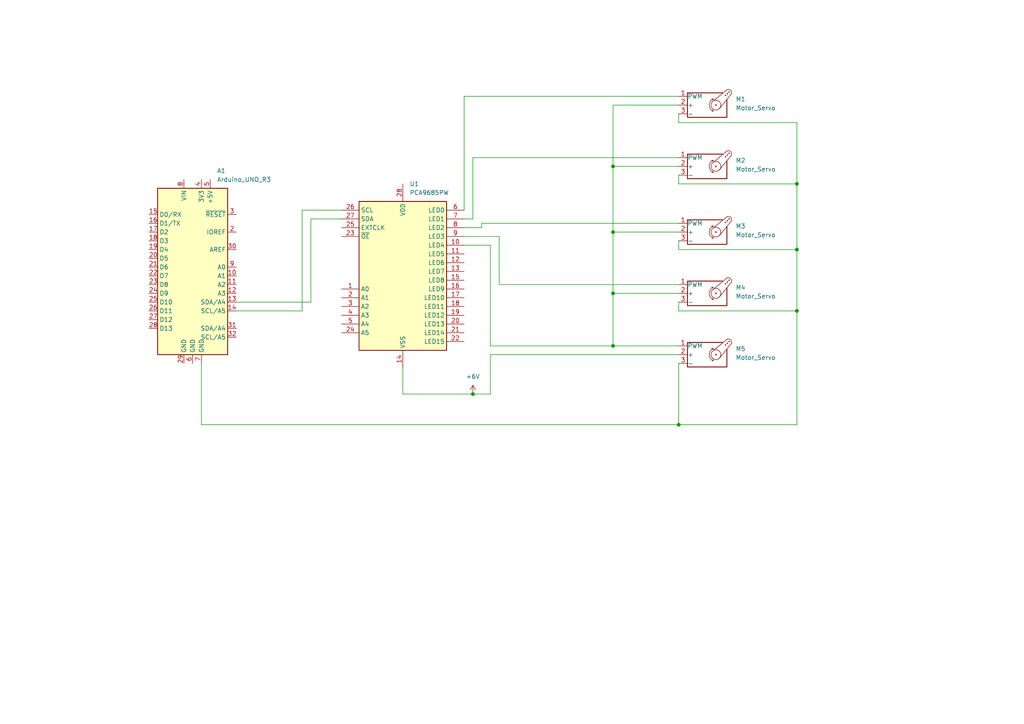
<source format=kicad_sch>
(kicad_sch (version 20230121) (generator eeschema)
  (paper "A4")
  (lib_symbols
    (symbol "Driver_LED:PCA9685PW"
      (property "Reference" "U" (at -12.7 22.225 0))
      (property "Value" "PCA9685PW" (at 1.27 22.225 0))
      (symbol "PCA9685PW_0_1"
        (rectangle (start -12.7 20.32) (end 12.7 -22.86) (stroke (width 0.254)) (fill (type background)))
      )
      (symbol "PCA9685PW_1_1"
        (pin input line (at -17.78 -5.08 0) (length 5.08) (name "A0") (number "1"))
        (pin output line (at 17.78 7.62 180) (length 5.08) (name "LED4") (number "10"))
        (pin output line (at 17.78 5.08 180) (length 5.08) (name "LED5") (number "11"))
        (pin output line (at 17.78 2.54 180) (length 5.08) (name "LED6") (number "12"))
        (pin output line (at 17.78 0 180) (length 5.08) (name "LED7") (number "13"))
        (pin power_in line (at 0 -27.94 90) (length 5.08) (name "VSS") (number "14"))
        (pin output line (at 17.78 -2.54 180) (length 5.08) (name "LED8") (number "15"))
        (pin output line (at 17.78 -5.08 180) (length 5.08) (name "LED9") (number "16"))
        (pin output line (at 17.78 -7.62 180) (length 5.08) (name "LED10") (number "17"))
        (pin output line (at 17.78 -10.16 180) (length 5.08) (name "LED11") (number "18"))
        (pin output line (at 17.78 -12.7 180) (length 5.08) (name "LED12") (number "19"))
        (pin input line (at -17.78 -7.62 0) (length 5.08) (name "A1") (number "2"))
        (pin output line (at 17.78 -15.24 180) (length 5.08) (name "LED13") (number "20"))
        (pin output line (at 17.78 -17.78 180) (length 5.08) (name "LED14") (number "21"))
        (pin output line (at 17.78 -20.32 180) (length 5.08) (name "LED15") (number "22"))
        (pin input line (at -17.78 10.16 0) (length 5.08) (name "~{OE}") (number "23"))
        (pin input line (at -17.78 -17.78 0) (length 5.08) (name "A5") (number "24"))
        (pin input line (at -17.78 12.7 0) (length 5.08) (name "EXTCLK") (number "25"))
        (pin input line (at -17.78 17.78 0) (length 5.08) (name "SCL") (number "26"))
        (pin bidirectional line (at -17.78 15.24 0) (length 5.08) (name "SDA") (number "27"))
        (pin power_in line (at 0 25.4 270) (length 5.08) (name "VDD") (number "28"))
        (pin input line (at -17.78 -10.16 0) (length 5.08) (name "A2") (number "3"))
        (pin input line (at -17.78 -12.7 0) (length 5.08) (name "A3") (number "4"))
        (pin input line (at -17.78 -15.24 0) (length 5.08) (name "A4") (number "5"))
        (pin output line (at 17.78 17.78 180) (length 5.08) (name "LED0") (number "6"))
        (pin output line (at 17.78 15.24 180) (length 5.08) (name "LED1") (number "7"))
        (pin output line (at 17.78 12.7 180) (length 5.08) (name "LED2") (number "8"))
        (pin output line (at 17.78 10.16 180) (length 5.08) (name "LED3") (number "9"))
      )
    )
    (symbol "MCU_Module:Arduino_UNO_R3"
      (property "Reference" "A" (at -10.16 23.495 0))
      (property "Value" "Arduino_UNO_R3" (at 5.08 -26.67 0))
      (symbol "Arduino_UNO_R3_0_1"
        (rectangle (start -10.16 22.86) (end 10.16 -25.4) (stroke (width 0.254)) (fill (type background)))
      )
      (symbol "Arduino_UNO_R3_1_1"
        (pin no_connect line (at -10.16 -20.32 0) (length 2.54) hide (name "NC") (number "1"))
        (pin bidirectional line (at 12.7 -2.54 180) (length 2.54) (name "A1") (number "10"))
        (pin bidirectional line (at 12.7 -5.08 180) (length 2.54) (name "A2") (number "11"))
        (pin bidirectional line (at 12.7 -7.62 180) (length 2.54) (name "A3") (number "12"))
        (pin bidirectional line (at 12.7 -10.16 180) (length 2.54) (name "SDA/A4") (number "13"))
        (pin bidirectional line (at 12.7 -12.7 180) (length 2.54) (name "SCL/A5") (number "14"))
        (pin bidirectional line (at -12.7 15.24 0) (length 2.54) (name "D0/RX") (number "15"))
        (pin bidirectional line (at -12.7 12.7 0) (length 2.54) (name "D1/TX") (number "16"))
        (pin bidirectional line (at -12.7 10.16 0) (length 2.54) (name "D2") (number "17"))
        (pin bidirectional line (at -12.7 7.62 0) (length 2.54) (name "D3") (number "18"))
        (pin bidirectional line (at -12.7 5.08 0) (length 2.54) (name "D4") (number "19"))
        (pin output line (at 12.7 10.16 180) (length 2.54) (name "IOREF") (number "2"))
        (pin bidirectional line (at -12.7 2.54 0) (length 2.54) (name "D5") (number "20"))
        (pin bidirectional line (at -12.7 0 0) (length 2.54) (name "D6") (number "21"))
        (pin bidirectional line (at -12.7 -2.54 0) (length 2.54) (name "D7") (number "22"))
        (pin bidirectional line (at -12.7 -5.08 0) (length 2.54) (name "D8") (number "23"))
        (pin bidirectional line (at -12.7 -7.62 0) (length 2.54) (name "D9") (number "24"))
        (pin bidirectional line (at -12.7 -10.16 0) (length 2.54) (name "D10") (number "25"))
        (pin bidirectional line (at -12.7 -12.7 0) (length 2.54) (name "D11") (number "26"))
        (pin bidirectional line (at -12.7 -15.24 0) (length 2.54) (name "D12") (number "27"))
        (pin bidirectional line (at -12.7 -17.78 0) (length 2.54) (name "D13") (number "28"))
        (pin power_in line (at -2.54 -27.94 90) (length 2.54) (name "GND") (number "29"))
        (pin input line (at 12.7 15.24 180) (length 2.54) (name "~{RESET}") (number "3"))
        (pin input line (at 12.7 5.08 180) (length 2.54) (name "AREF") (number "30"))
        (pin bidirectional line (at 12.7 -17.78 180) (length 2.54) (name "SDA/A4") (number "31"))
        (pin bidirectional line (at 12.7 -20.32 180) (length 2.54) (name "SCL/A5") (number "32"))
        (pin power_out line (at 2.54 25.4 270) (length 2.54) (name "3V3") (number "4"))
        (pin power_out line (at 5.08 25.4 270) (length 2.54) (name "+5V") (number "5"))
        (pin power_in line (at 0 -27.94 90) (length 2.54) (name "GND") (number "6"))
        (pin power_in line (at 2.54 -27.94 90) (length 2.54) (name "GND") (number "7"))
        (pin power_in line (at -2.54 25.4 270) (length 2.54) (name "VIN") (number "8"))
        (pin bidirectional line (at 12.7 0 180) (length 2.54) (name "A0") (number "9"))
      )
    )
    (symbol "Motor:Motor_Servo" (pin_names (offset 0.0254))
      (property "Reference" "M" (at -5.08 4.445 0))
      (property "Value" "Motor_Servo" (at -5.08 -4.064 0))
      (symbol "Motor_Servo_0_1"
        (polyline (pts (xy 2.413 -1.778) (xy 2.032 -1.778)))
        (polyline (pts (xy 2.413 -1.778) (xy 2.286 -1.397)))
        (polyline (pts (xy 2.413 1.778) (xy 1.905 1.778)))
        (polyline (pts (xy 2.413 1.778) (xy 2.286 1.397)))
        (polyline (pts (xy 6.35 4.445) (xy 2.54 1.27)))
        (polyline (pts (xy 7.62 3.175) (xy 4.191 -1.016)))
        (polyline (pts (xy 5.08 3.556) (xy -5.08 3.556) (xy -5.08 -3.556) (xy 6.35 -3.556) (xy 6.35 1.524)) (stroke (width 0.254)))
        (arc (start 2.413 1.778) (mid 1.2406 0) (end 2.413 -1.778))
        (circle (center 3.175 0) (radius 0.1778))
        (circle (center 3.175 0) (radius 1.4224))
        (circle (center 5.969 2.794) (radius 0.127))
        (circle (center 6.477 3.302) (radius 0.127))
        (circle (center 6.985 3.81) (radius 0.127))
        (arc (start 7.62 3.175) (mid 7.4485 4.2735) (end 6.35 4.445))
      )
      (symbol "Motor_Servo_1_1"
        (pin passive line (at -7.62 2.54 0) (length 2.54) (name "PWM") (number "1"))
        (pin passive line (at -7.62 0 0) (length 2.54) (name "+") (number "2"))
        (pin passive line (at -7.62 -2.54 0) (length 2.54) (name "-") (number "3"))
      )
    )
    (symbol "power:+6V" (power) (pin_names (offset 0))
      (property "Value" "+6V" (at 0 3.556 0))
      (symbol "+6V_0_1"
        (polyline (pts (xy -0.762 1.27) (xy 0 2.54)))
        (polyline (pts (xy 0 0) (xy 0 2.54)))
        (polyline (pts (xy 0 2.54) (xy 0.762 1.27)))
      )
      (symbol "+6V_1_1"
        (pin power_in line (at 0 0 90) (length 0) hide (name "+6V") (number "1"))
      )
    )
  )
  (junction (at 137.16 114.3))
  (junction (at 231.14 53.34))
  (junction (at 177.8 100.33))
  (junction (at 177.8 85.09))
  (junction (at 196.85 123.19))
  (junction (at 177.8 67.31))
  (junction (at 231.14 90.17))
  (junction (at 177.8 48.26))
  (junction (at 231.14 72.39))
  (wire (pts (xy 137.16 114.3) (xy 116.84 114.3)))
  (wire (pts (xy 142.24 102.87) (xy 142.24 114.3)))
  (wire (pts (xy 177.8 30.48) (xy 177.8 48.26)))
  (wire (pts (xy 196.85 35.56) (xy 231.14 35.56)))
  (wire (pts (xy 139.7 64.77) (xy 139.7 66.04)))
  (wire (pts (xy 87.63 60.96) (xy 99.06 60.96)))
  (wire (pts (xy 231.14 53.34) (xy 231.14 72.39)))
  (wire (pts (xy 177.8 67.31) (xy 177.8 85.09)))
  (wire (pts (xy 58.42 123.19) (xy 58.42 105.41)))
  (wire (pts (xy 196.85 123.19) (xy 58.42 123.19)))
  (wire (pts (xy 177.8 100.33) (xy 142.24 100.33)))
  (wire (pts (xy 177.8 85.09) (xy 177.8 100.33)))
  (wire (pts (xy 90.17 87.63) (xy 90.17 63.5)))
  (wire (pts (xy 196.85 50.8) (xy 196.85 53.34)))
  (wire (pts (xy 196.85 87.63) (xy 196.85 90.17)))
  (wire (pts (xy 68.58 90.17) (xy 87.63 90.17)))
  (wire (pts (xy 196.85 69.85) (xy 196.85 72.39)))
  (wire (pts (xy 142.24 100.33) (xy 142.24 71.12)))
  (wire (pts (xy 196.85 72.39) (xy 231.14 72.39)))
  (wire (pts (xy 116.84 114.3) (xy 116.84 106.68)))
  (wire (pts (xy 144.78 82.55) (xy 144.78 68.58)))
  (wire (pts (xy 144.78 68.58) (xy 134.62 68.58)))
  (wire (pts (xy 142.24 71.12) (xy 134.62 71.12)))
  (wire (pts (xy 137.16 45.72) (xy 137.16 63.5)))
  (wire (pts (xy 196.85 67.31) (xy 177.8 67.31)))
  (wire (pts (xy 177.8 48.26) (xy 177.8 67.31)))
  (wire (pts (xy 196.85 48.26) (xy 177.8 48.26)))
  (wire (pts (xy 231.14 123.19) (xy 196.85 123.19)))
  (wire (pts (xy 231.14 72.39) (xy 231.14 90.17)))
  (wire (pts (xy 196.85 33.02) (xy 196.85 35.56)))
  (wire (pts (xy 196.85 105.41) (xy 196.85 123.19)))
  (wire (pts (xy 137.16 63.5) (xy 134.62 63.5)))
  (wire (pts (xy 90.17 63.5) (xy 99.06 63.5)))
  (wire (pts (xy 87.63 90.17) (xy 87.63 60.96)))
  (wire (pts (xy 196.85 100.33) (xy 177.8 100.33)))
  (wire (pts (xy 196.85 27.94) (xy 134.62 27.94)))
  (wire (pts (xy 196.85 90.17) (xy 231.14 90.17)))
  (wire (pts (xy 134.62 27.94) (xy 134.62 60.96)))
  (wire (pts (xy 196.85 45.72) (xy 137.16 45.72)))
  (wire (pts (xy 231.14 35.56) (xy 231.14 53.34)))
  (wire (pts (xy 139.7 66.04) (xy 134.62 66.04)))
  (wire (pts (xy 142.24 114.3) (xy 137.16 114.3)))
  (wire (pts (xy 196.85 30.48) (xy 177.8 30.48)))
  (wire (pts (xy 196.85 102.87) (xy 142.24 102.87)))
  (wire (pts (xy 68.58 87.63) (xy 90.17 87.63)))
  (wire (pts (xy 196.85 82.55) (xy 144.78 82.55)))
  (wire (pts (xy 231.14 90.17) (xy 231.14 123.19)))
  (wire (pts (xy 196.85 64.77) (xy 139.7 64.77)))
  (wire (pts (xy 196.85 53.34) (xy 231.14 53.34)))
  (wire (pts (xy 196.85 85.09) (xy 177.8 85.09)))
  (symbol (lib_id "power:+6V") (at 137.16 114.3 0) (unit 1)
    (property "Reference" "#PWR01" (effects hide))
    (property "Value" "+6V" (at 137.16 109.22 0))
  )
  (symbol (lib_id "MCU_Module:Arduino_UNO_R3") (at 55.88 77.47 0) (unit 1)
    (property "Reference" "A1" (at 62.9159 49.53 0) (effects (justify left)))
    (property "Value" "Arduino_UNO_R3" (at 62.9159 52.07 0) (effects (justify left)))
    (property "Footprint" "Module:Arduino_UNO_R3" (effects hide))
    (property "Datasheet" "https://www.arduino.cc/en/Main/arduinoBoardUno" (effects hide))
  )
  (symbol (lib_id "Motor:Motor_Servo") (at 204.47 30.48 0) (unit 1)
    (property "Reference" "M1" (at 213.36 28.7766 0) (effects (justify left)))
    (property "Value" "Motor_Servo" (at 213.36 31.3166 0) (effects (justify left)))
    (property "Datasheet" "http://forums.parallax.com/uploads/attachments/46831/74481.png" (effects hide))
  )
  (symbol (lib_id "Motor:Motor_Servo") (at 204.47 102.87 0) (unit 1)
    (property "Reference" "M5" (at 213.36 101.1666 0) (effects (justify left)))
    (property "Value" "Motor_Servo" (at 213.36 103.7066 0) (effects (justify left)))
    (property "Datasheet" "http://forums.parallax.com/uploads/attachments/46831/74481.png" (effects hide))
  )
  (symbol (lib_id "Driver_LED:PCA9685PW") (at 116.84 78.74 0) (unit 1)
    (property "Reference" "U1" (at 118.7959 53.34 0) (effects (justify left)))
    (property "Value" "PCA9685PW" (at 118.7959 55.88 0) (effects (justify left)))
    (property "Footprint" "Package_SO:TSSOP-28_4.4x9.7mm_P0.65mm" (effects hide))
    (property "Datasheet" "http://www.nxp.com/documents/data_sheet/PCA9685.pdf" (effects hide))
  )
  (symbol (lib_id "Motor:Motor_Servo") (at 204.47 85.09 0) (unit 1)
    (property "Reference" "M4" (at 213.36 83.3866 0) (effects (justify left)))
    (property "Value" "Motor_Servo" (at 213.36 85.9266 0) (effects (justify left)))
    (property "Datasheet" "http://forums.parallax.com/uploads/attachments/46831/74481.png" (effects hide))
  )
  (symbol (lib_id "Motor:Motor_Servo") (at 204.47 67.31 0) (unit 1)
    (property "Reference" "M3" (at 213.36 65.6066 0) (effects (justify left)))
    (property "Value" "Motor_Servo" (at 213.36 68.1466 0) (effects (justify left)))
    (property "Datasheet" "http://forums.parallax.com/uploads/attachments/46831/74481.png" (effects hide))
  )
  (symbol (lib_id "Motor:Motor_Servo") (at 204.47 48.26 0) (unit 1)
    (property "Reference" "M2" (at 213.36 46.5566 0) (effects (justify left)))
    (property "Value" "Motor_Servo" (at 213.36 49.0966 0) (effects (justify left)))
    (property "Datasheet" "http://forums.parallax.com/uploads/attachments/46831/74481.png" (effects hide))
  )
)
</source>
